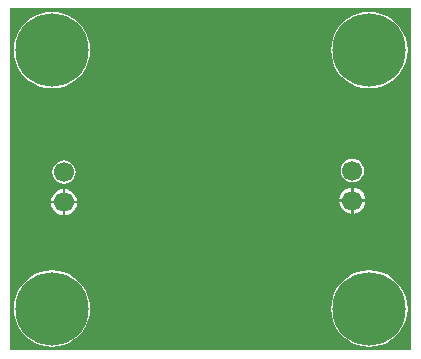
<source format=gbl>
G04*
G04 #@! TF.GenerationSoftware,Altium Limited,Altium Designer,18.1.11 (251)*
G04*
G04 Layer_Physical_Order=2*
G04 Layer_Color=16711680*
%FSLAX25Y25*%
%MOIN*%
G70*
G01*
G75*
%ADD41C,0.24410*%
%ADD42C,0.06693*%
%ADD43C,0.02953*%
G36*
X135756Y2039D02*
X2039D01*
Y116071D01*
X135756D01*
Y2039D01*
D02*
G37*
%LPC*%
G36*
X121795Y114854D02*
X119802Y114697D01*
X117857Y114231D01*
X116010Y113465D01*
X114304Y112420D01*
X112784Y111122D01*
X111485Y109601D01*
X110440Y107896D01*
X109675Y106048D01*
X109208Y104104D01*
X109051Y102110D01*
X109208Y100117D01*
X109675Y98172D01*
X110440Y96325D01*
X111485Y94620D01*
X112784Y93099D01*
X114304Y91800D01*
X116010Y90755D01*
X117857Y89990D01*
X119802Y89523D01*
X121795Y89366D01*
X123789Y89523D01*
X125733Y89990D01*
X127581Y90755D01*
X129286Y91800D01*
X130807Y93099D01*
X132105Y94620D01*
X133150Y96325D01*
X133916Y98172D01*
X134382Y100117D01*
X134539Y102110D01*
X134382Y104104D01*
X133916Y106048D01*
X133150Y107896D01*
X132105Y109601D01*
X130807Y111122D01*
X129286Y112420D01*
X127581Y113465D01*
X125733Y114231D01*
X123789Y114697D01*
X121795Y114854D01*
D02*
G37*
G36*
X16000D02*
X14006Y114697D01*
X12062Y114231D01*
X10214Y113465D01*
X8509Y112420D01*
X6989Y111122D01*
X5690Y109601D01*
X4645Y107896D01*
X3880Y106048D01*
X3413Y104104D01*
X3256Y102110D01*
X3413Y100117D01*
X3880Y98172D01*
X4645Y96325D01*
X5690Y94620D01*
X6989Y93099D01*
X8509Y91800D01*
X10214Y90755D01*
X12062Y89990D01*
X14006Y89523D01*
X16000Y89366D01*
X17994Y89523D01*
X19938Y89990D01*
X21786Y90755D01*
X23491Y91800D01*
X25011Y93099D01*
X26310Y94620D01*
X27355Y96325D01*
X28120Y98172D01*
X28587Y100117D01*
X28744Y102110D01*
X28587Y104104D01*
X28120Y106048D01*
X27355Y107896D01*
X26310Y109601D01*
X25011Y111122D01*
X23491Y112420D01*
X21786Y113465D01*
X19938Y114231D01*
X17994Y114697D01*
X16000Y114854D01*
D02*
G37*
G36*
X116142Y65880D02*
X115138Y65747D01*
X114202Y65360D01*
X113398Y64743D01*
X112782Y63940D01*
X112394Y63004D01*
X112262Y62000D01*
X112394Y60996D01*
X112782Y60060D01*
X113398Y59257D01*
X114202Y58640D01*
X115138Y58253D01*
X116142Y58120D01*
X117146Y58253D01*
X118081Y58640D01*
X118885Y59257D01*
X119502Y60060D01*
X119889Y60996D01*
X120021Y62000D01*
X119889Y63004D01*
X119502Y63940D01*
X118885Y64743D01*
X118081Y65360D01*
X117146Y65747D01*
X116142Y65880D01*
D02*
G37*
G36*
X20000Y65360D02*
X18996Y65228D01*
X18060Y64840D01*
X17257Y64224D01*
X16640Y63420D01*
X16253Y62484D01*
X16120Y61480D01*
X16253Y60476D01*
X16640Y59540D01*
X17257Y58737D01*
X18060Y58121D01*
X18996Y57733D01*
X20000Y57601D01*
X21004Y57733D01*
X21940Y58121D01*
X22743Y58737D01*
X23360Y59540D01*
X23747Y60476D01*
X23880Y61480D01*
X23747Y62484D01*
X23360Y63420D01*
X22743Y64224D01*
X21940Y64840D01*
X21004Y65228D01*
X20000Y65360D01*
D02*
G37*
G36*
X116542Y56331D02*
Y52400D01*
X120473D01*
X120376Y53135D01*
X119938Y54192D01*
X119242Y55100D01*
X118334Y55797D01*
X117276Y56235D01*
X116542Y56331D01*
D02*
G37*
G36*
X115742D02*
X115007Y56235D01*
X113950Y55797D01*
X113042Y55100D01*
X112345Y54192D01*
X111907Y53135D01*
X111810Y52400D01*
X115742D01*
Y56331D01*
D02*
G37*
G36*
X20400Y55812D02*
Y51880D01*
X24331D01*
X24235Y52615D01*
X23797Y53672D01*
X23100Y54580D01*
X22192Y55277D01*
X21135Y55715D01*
X20400Y55812D01*
D02*
G37*
G36*
X19600D02*
X18865Y55715D01*
X17808Y55277D01*
X16900Y54580D01*
X16203Y53672D01*
X15765Y52615D01*
X15669Y51880D01*
X19600D01*
Y55812D01*
D02*
G37*
G36*
X115742Y51600D02*
X111810D01*
X111907Y50865D01*
X112345Y49808D01*
X113042Y48900D01*
X113950Y48203D01*
X115007Y47765D01*
X115742Y47669D01*
Y51600D01*
D02*
G37*
G36*
X120473D02*
X116542D01*
Y47669D01*
X117276Y47765D01*
X118334Y48203D01*
X119242Y48900D01*
X119938Y49808D01*
X120376Y50865D01*
X120473Y51600D01*
D02*
G37*
G36*
X24331Y51080D02*
X20400D01*
Y47149D01*
X21135Y47246D01*
X22192Y47684D01*
X23100Y48380D01*
X23797Y49288D01*
X24235Y50346D01*
X24331Y51080D01*
D02*
G37*
G36*
X19600D02*
X15669D01*
X15765Y50346D01*
X16203Y49288D01*
X16900Y48380D01*
X17808Y47684D01*
X18865Y47246D01*
X19600Y47149D01*
Y51080D01*
D02*
G37*
G36*
X121795Y28744D02*
X119802Y28587D01*
X117857Y28120D01*
X116010Y27355D01*
X114304Y26310D01*
X112784Y25011D01*
X111485Y23491D01*
X110440Y21786D01*
X109675Y19938D01*
X109208Y17994D01*
X109051Y16000D01*
X109208Y14006D01*
X109675Y12062D01*
X110440Y10214D01*
X111485Y8509D01*
X112784Y6989D01*
X114304Y5690D01*
X116010Y4645D01*
X117857Y3880D01*
X119802Y3413D01*
X121795Y3256D01*
X123789Y3413D01*
X125733Y3880D01*
X127581Y4645D01*
X129286Y5690D01*
X130807Y6989D01*
X132105Y8509D01*
X133150Y10214D01*
X133916Y12062D01*
X134382Y14006D01*
X134539Y16000D01*
X134382Y17994D01*
X133916Y19938D01*
X133150Y21786D01*
X132105Y23491D01*
X130807Y25011D01*
X129286Y26310D01*
X127581Y27355D01*
X125733Y28120D01*
X123789Y28587D01*
X121795Y28744D01*
D02*
G37*
G36*
X16000D02*
X14006Y28587D01*
X12062Y28120D01*
X10214Y27355D01*
X8509Y26310D01*
X6989Y25011D01*
X5690Y23491D01*
X4645Y21786D01*
X3880Y19938D01*
X3413Y17994D01*
X3256Y16000D01*
X3413Y14006D01*
X3880Y12062D01*
X4645Y10214D01*
X5690Y8509D01*
X6989Y6989D01*
X8509Y5690D01*
X10214Y4645D01*
X12062Y3880D01*
X14006Y3413D01*
X16000Y3256D01*
X17994Y3413D01*
X19938Y3880D01*
X21786Y4645D01*
X23491Y5690D01*
X25011Y6989D01*
X26310Y8509D01*
X27355Y10214D01*
X28120Y12062D01*
X28587Y14006D01*
X28744Y16000D01*
X28587Y17994D01*
X28120Y19938D01*
X27355Y21786D01*
X26310Y23491D01*
X25011Y25011D01*
X23491Y26310D01*
X21786Y27355D01*
X19938Y28120D01*
X17994Y28587D01*
X16000Y28744D01*
D02*
G37*
%LPD*%
D41*
Y16000D02*
D03*
X121795D02*
D03*
Y102110D02*
D03*
X16000D02*
D03*
D42*
X116142Y52000D02*
D03*
Y62000D02*
D03*
X20000Y61480D02*
D03*
Y51480D02*
D03*
D43*
X73600Y26146D02*
D03*
X85000Y10214D02*
D03*
X12062Y51480D02*
D03*
X123789Y52000D02*
D03*
X94260Y75095D02*
D03*
X82000Y56693D02*
D03*
X130000Y80000D02*
D03*
Y40000D02*
D03*
X100000Y100000D02*
D03*
X110000Y40000D02*
D03*
X100000Y20000D02*
D03*
X80000Y100000D02*
D03*
X90000Y80000D02*
D03*
X60000Y100000D02*
D03*
X70000Y80000D02*
D03*
X60000Y20000D02*
D03*
X40000Y100000D02*
D03*
X50000Y80000D02*
D03*
X40000Y20000D02*
D03*
X30000Y80000D02*
D03*
Y40000D02*
D03*
M02*

</source>
